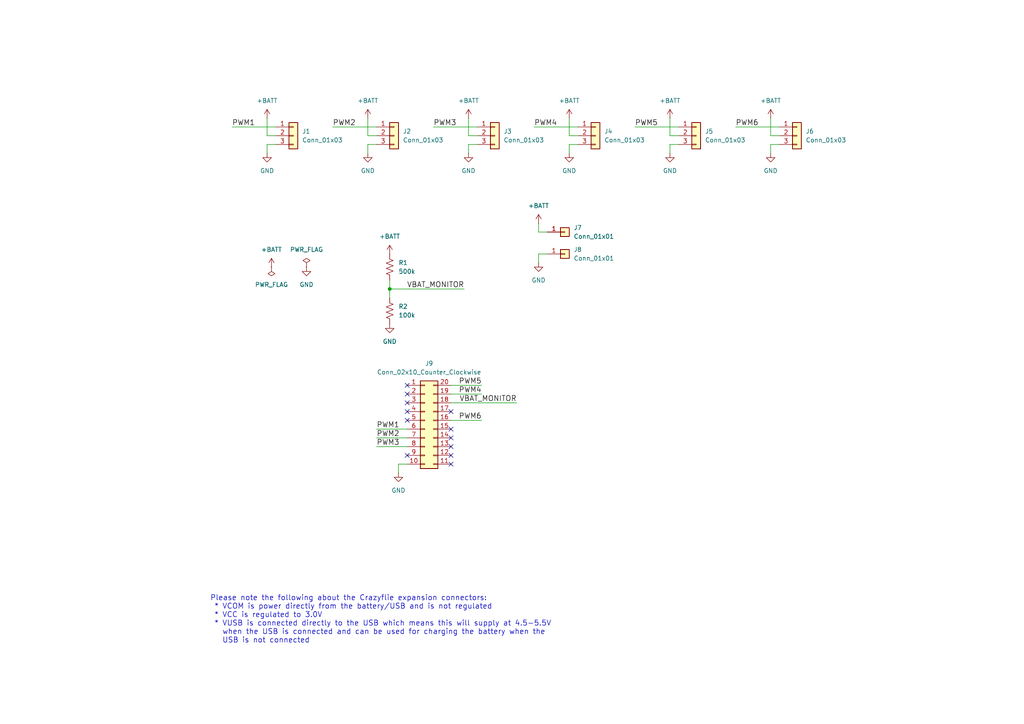
<source format=kicad_sch>
(kicad_sch (version 20250114) (generator "eeschema") (generator_version "9.0")
  (paper "A4")
  (title_block (title "Crazyflie 2.0 expansion boad template") (date "20 okt 2014") (rev "A") (company "Bitcraze AB") (comment 1 "Licensed under CC-BY 4.0"))
  (lib_symbols
    (symbol "CF_EXP_LEFT_1" (pin_names (offset 1.016))
      (property "Reference" "P" (at 0 -13.97 0))
      (property "Value" "CF_EXP_LEFT" (at 0 -16.51 0))
      (symbol "CF_EXP_LEFT_1_0_0"
        (rectangle (start -10.16 12.7) (end 10.16 12.7))
        (rectangle (start -10.16 -12.7) (end -10.16 12.7))
        (rectangle (start 10.16 12.7) (end 10.16 -12.7))
        (rectangle (start 10.16 -12.7) (end -10.16 -12.7))
        (text "Crazyflie Expansion" (at 1.27 16.51 0) (effects (font (size 1.524 1.524))))
        (text "Left side" (at 1.27 13.97 0) (effects (font (size 1.524 1.524))))
      )
      (symbol "CF_EXP_LEFT_1_1_1"
        (pin power_out line (at 17.78 11.43 180) (length 7.62) (name "VCC") (number "1"))
        (pin bidirectional line (at 17.78 8.89 180) (length 7.62) (name "RX1") (number "2"))
        (pin bidirectional line (at 17.78 6.35 180) (length 7.62) (name "TX1") (number "3"))
        (pin output line (at 17.78 3.81 180) (length 7.62) (name "SDA") (number "4"))
        (pin bidirectional line (at 17.78 1.27 180) (length 7.62) (name "SCL") (number "5"))
        (pin bidirectional line (at 17.78 -1.27 180) (length 7.62) (name "IO_1") (number "6"))
        (pin bidirectional line (at 17.78 -3.81 180) (length 7.62) (name "IO_2") (number "7"))
        (pin bidirectional line (at 17.78 -6.35 180) (length 7.62) (name "IO_3") (number "8"))
        (pin bidirectional line (at 17.78 -8.89 180) (length 7.62) (name "IO_4") (number "9"))
        (pin power_out line (at 17.78 -11.43 180) (length 7.62) (name "GND") (number "10"))
      )
    )
    (symbol "CF_EXP_RIGHT_1" (pin_names (offset 1.016))
      (property "Reference" "P" (at 0 -13.97 0))
      (property "Value" "CF_EXP_RIGHT" (at 0 -16.51 0))
      (symbol "CF_EXP_RIGHT_1_0_0"
        (rectangle (start -10.16 12.7) (end 10.16 12.7))
        (rectangle (start -10.16 -12.7) (end -10.16 12.7))
        (rectangle (start 10.16 12.7) (end 10.16 -12.7))
        (rectangle (start 10.16 -12.7) (end -10.16 -12.7))
        (text "Crazyflie Expansion" (at 1.27 16.51 0) (effects (font (size 1.524 1.524))))
        (text "Right side" (at 1.27 13.97 0) (effects (font (size 1.524 1.524))))
      )
      (symbol "CF_EXP_RIGHT_1_1_1"
        (pin bidirectional line (at 17.78 11.43 180) (length 7.62) (name "TX2") (number "1"))
        (pin bidirectional line (at 17.78 8.89 180) (length 7.62) (name "RX2") (number "2"))
        (pin output line (at 17.78 6.35 180) (length 7.62) (name "SCK") (number "3"))
        (pin bidirectional line (at 17.78 3.81 180) (length 7.62) (name "MISO") (number "4"))
        (pin bidirectional line (at 17.78 1.27 180) (length 7.62) (name "MOSI") (number "5"))
        (pin bidirectional line (at 17.78 -1.27 180) (length 7.62) (name "N_IO_1") (number "6"))
        (pin bidirectional line (at 17.78 -3.81 180) (length 7.62) (name "WKUP") (number "7"))
        (pin bidirectional line (at 17.78 -6.35 180) (length 7.62) (name "OW") (number "8"))
        (pin power_out line (at 17.78 -8.89 180) (length 7.62) (name "VCOM") (number "9"))
        (pin power_out line (at 17.78 -11.43 180) (length 7.62) (name "VUSB") (number "10"))
      )
    )
    (symbol "Connector_Generic:Conn_01x01" (pin_names (offset 1.016) (hide yes))
      (property "Reference" "J" (at 0 2.54 0))
      (property "Value" "Conn_01x01" (at 0 -2.54 0))
      (symbol "Conn_01x01_1_1"
        (rectangle (start -1.27 1.27) (end 1.27 -1.27) (stroke (width 0.254)) (fill (type background)))
        (rectangle (start -1.27 0.127) (end 0 -0.127) (stroke (width 0.1524)))
        (pin passive line (at -5.08 0 0) (length 3.81) (name "Pin_1") (number "1"))
      )
    )
    (symbol "Connector_Generic:Conn_01x03" (pin_names (offset 1.016) (hide yes))
      (property "Reference" "J" (at 0 5.08 0))
      (property "Value" "Conn_01x03" (at 0 -5.08 0))
      (symbol "Conn_01x03_1_1"
        (rectangle (start -1.27 3.81) (end 1.27 -3.81) (stroke (width 0.254)) (fill (type background)))
        (rectangle (start -1.27 2.667) (end 0 2.413) (stroke (width 0.1524)))
        (rectangle (start -1.27 0.127) (end 0 -0.127) (stroke (width 0.1524)))
        (rectangle (start -1.27 -2.413) (end 0 -2.667) (stroke (width 0.1524)))
        (pin passive line (at -5.08 2.54 0) (length 3.81) (name "Pin_1") (number "1"))
        (pin passive line (at -5.08 0 0) (length 3.81) (name "Pin_2") (number "2"))
        (pin passive line (at -5.08 -2.54 0) (length 3.81) (name "Pin_3") (number "3"))
      )
    )
    (symbol "Connector_Generic:Conn_02x10_Counter_Clockwise" (pin_names (offset 1.016) (hide yes))
      (property "Reference" "J" (at 1.27 12.7 0))
      (property "Value" "Conn_02x10_Counter_Clockwise" (at 1.27 -15.24 0))
      (symbol "Conn_02x10_Counter_Clockwise_1_1"
        (rectangle (start -1.27 11.43) (end 3.81 -13.97) (stroke (width 0.254)) (fill (type background)))
        (rectangle (start -1.27 10.287) (end 0 10.033) (stroke (width 0.1524)))
        (rectangle (start -1.27 7.747) (end 0 7.493) (stroke (width 0.1524)))
        (rectangle (start -1.27 5.207) (end 0 4.953) (stroke (width 0.1524)))
        (rectangle (start -1.27 2.667) (end 0 2.413) (stroke (width 0.1524)))
        (rectangle (start -1.27 0.127) (end 0 -0.127) (stroke (width 0.1524)))
        (rectangle (start -1.27 -2.413) (end 0 -2.667) (stroke (width 0.1524)))
        (rectangle (start -1.27 -4.953) (end 0 -5.207) (stroke (width 0.1524)))
        (rectangle (start -1.27 -7.493) (end 0 -7.747) (stroke (width 0.1524)))
        (rectangle (start -1.27 -10.033) (end 0 -10.287) (stroke (width 0.1524)))
        (rectangle (start -1.27 -12.573) (end 0 -12.827) (stroke (width 0.1524)))
        (rectangle (start 3.81 10.287) (end 2.54 10.033) (stroke (width 0.1524)))
        (rectangle (start 3.81 7.747) (end 2.54 7.493) (stroke (width 0.1524)))
        (rectangle (start 3.81 5.207) (end 2.54 4.953) (stroke (width 0.1524)))
        (rectangle (start 3.81 2.667) (end 2.54 2.413) (stroke (width 0.1524)))
        (rectangle (start 3.81 0.127) (end 2.54 -0.127) (stroke (width 0.1524)))
        (rectangle (start 3.81 -2.413) (end 2.54 -2.667) (stroke (width 0.1524)))
        (rectangle (start 3.81 -4.953) (end 2.54 -5.207) (stroke (width 0.1524)))
        (rectangle (start 3.81 -7.493) (end 2.54 -7.747) (stroke (width 0.1524)))
        (rectangle (start 3.81 -10.033) (end 2.54 -10.287) (stroke (width 0.1524)))
        (rectangle (start 3.81 -12.573) (end 2.54 -12.827) (stroke (width 0.1524)))
        (pin passive line (at -5.08 10.16 0) (length 3.81) (name "Pin_1") (number "1"))
        (pin passive line (at -5.08 7.62 0) (length 3.81) (name "Pin_2") (number "2"))
        (pin passive line (at -5.08 5.08 0) (length 3.81) (name "Pin_3") (number "3"))
        (pin passive line (at -5.08 2.54 0) (length 3.81) (name "Pin_4") (number "4"))
        (pin passive line (at -5.08 0 0) (length 3.81) (name "Pin_5") (number "5"))
        (pin passive line (at -5.08 -2.54 0) (length 3.81) (name "Pin_6") (number "6"))
        (pin passive line (at -5.08 -5.08 0) (length 3.81) (name "Pin_7") (number "7"))
        (pin passive line (at -5.08 -7.62 0) (length 3.81) (name "Pin_8") (number "8"))
        (pin passive line (at -5.08 -10.16 0) (length 3.81) (name "Pin_9") (number "9"))
        (pin passive line (at -5.08 -12.7 0) (length 3.81) (name "Pin_10") (number "10"))
        (pin passive line (at 7.62 10.16 180) (length 3.81) (name "Pin_20") (number "20"))
        (pin passive line (at 7.62 7.62 180) (length 3.81) (name "Pin_19") (number "19"))
        (pin passive line (at 7.62 5.08 180) (length 3.81) (name "Pin_18") (number "18"))
        (pin passive line (at 7.62 2.54 180) (length 3.81) (name "Pin_17") (number "17"))
        (pin passive line (at 7.62 0 180) (length 3.81) (name "Pin_16") (number "16"))
        (pin passive line (at 7.62 -2.54 180) (length 3.81) (name "Pin_15") (number "15"))
        (pin passive line (at 7.62 -5.08 180) (length 3.81) (name "Pin_14") (number "14"))
        (pin passive line (at 7.62 -7.62 180) (length 3.81) (name "Pin_13") (number "13"))
        (pin passive line (at 7.62 -10.16 180) (length 3.81) (name "Pin_12") (number "12"))
        (pin passive line (at 7.62 -12.7 180) (length 3.81) (name "Pin_11") (number "11"))
      )
    )
    (symbol "Device:R_US" (pin_numbers (hide yes)) (pin_names (offset 0))
      (property "Reference" "R" (at 2.54 0 90))
      (property "Value" "R_US" (at -2.54 0 90))
      (symbol "R_US_0_1"
        (polyline (pts (xy 0 2.286) (xy 0 2.54)))
        (polyline (pts (xy 0 2.286) (xy 1.016 1.905) (xy 0 1.524) (xy -1.016 1.143) (xy 0 0.762)))
        (polyline (pts (xy 0 0.762) (xy 1.016 0.381) (xy 0 0) (xy -1.016 -0.381) (xy 0 -0.762)))
        (polyline (pts (xy 0 -0.762) (xy 1.016 -1.143) (xy 0 -1.524) (xy -1.016 -1.905) (xy 0 -2.286)))
        (polyline (pts (xy 0 -2.286) (xy 0 -2.54)))
      )
      (symbol "R_US_1_1"
        (pin passive line (at 0 3.81 270) (length 1.27) (name "~") (number "1"))
        (pin passive line (at 0 -3.81 90) (length 1.27) (name "~") (number "2"))
      )
    )
    (symbol "bitcraze_200_1" (pin_names (offset 1.016))
      (symbol "bitcraze_200_1_0_0"
        (polyline (pts (xy -4.2672 1.3462) (xy -4.3688 1.7018) (xy -4.5466 1.9304) (xy -4.699 2.0066) (xy -4.699 1.3716) (xy -4.699 1.2954) (xy -4.699 1.2192) (xy -4.699 0.5842) (xy -4.699 0.5334) (xy -4.699 0.3556) (xy -4.7752 0.0762) (xy -4.8514 -0.254) (xy -4.9276 -0.5842) (xy -5.0292 -0.889) (xy -5.1054 -1.1176) (xy -5.1816 -1.27) (xy -5.3086 -1.4986) (xy -5.4356 -1.6002) (xy -5.6388 -1.6764) (xy -5.8674 -1.651) (xy -6.0452 -1.4732) (xy -6.096 -1.27) (xy -6.0198 -1.0668) (xy -5.9182 -0.9398) (xy -5.7404 -0.7112) (xy -5.5372 -0.4318) (xy -5.3086 -0.127) (xy -5.08 0.1524) (xy -4.9022 0.381) (xy -4.7498 0.5334) (xy -4.699 0.5842) (xy -4.699 1.2192) (xy -4.7752 1.0922) (xy -4.9022 0.889) (xy -5.1054 0.635) (xy -5.4102 0.2286) (xy -5.4356 0.2032) (xy -5.6642 -0.1016) (xy -5.8674 -0.3556) (xy -6.0198 -0.5334) (xy -6.0706 -0.5842) (xy -6.096 -0.5842) (xy -6.096 -0.5588) (xy -6.0706 -0.4572) (xy -6.0452 -0.254) (xy -5.969 0.0762) (xy -5.969 0.1016) (xy -5.8166 0.7112) (xy -5.6388 1.1684) (xy -5.461 1.4732) (xy -5.3594 1.5494) (xy -5.1308 1.6002) (xy -4.9022 1.5748) (xy -4.7498 1.4478) (xy -4.699 1.3716) (xy -4.699 2.0066) (xy -4.826 2.032) (xy -5.207 2.0066) (xy -5.5118 1.8796) (xy -5.7912 1.6002) (xy -6.0452 1.2192) (xy -6.0706 1.143) (xy -6.223 0.762) (xy -6.35 0.3048) (xy -6.4516 -0.2032) (xy -6.5024 -0.7112) (xy -6.5278 -1.1684) (xy -6.5024 -1.524) (xy -6.4262 -1.778) (xy -6.35 -1.905) (xy -6.1468 -2.032) (xy -6.1214 -2.0574) (xy -5.7912 -2.0828) (xy -5.461 -2.0066) (xy -5.1816 -1.8796) (xy -5.1308 -1.8542) (xy -4.9022 -1.5494) (xy -4.6736 -1.1176) (xy -4.4958 -0.5842) (xy -4.3434 0.0508) (xy -4.2672 0.7366) (xy -4.2672 0.8382) (xy -4.2672 1.3462) (xy -4.2672 1.3462)) (stroke (width 0.0254)) (fill (type outline)))
        (polyline (pts (xy -1.6002 0.8128) (xy -1.651 0.8382) (xy -1.8288 0.8382) (xy -1.905 0.8382) (xy -2.032 0.762) (xy -2.2098 0.5588) (xy -2.4384 0.254) (xy -2.8448 -0.3302) (xy -3.0226 0.2286) (xy -3.1242 0.508) (xy -3.2004 0.7112) (xy -3.302 0.8128) (xy -3.429 0.8382) (xy -3.4544 0.8382) (xy -3.5814 0.8382) (xy -3.6322 0.7874) (xy -3.6322 0.635) (xy -3.556 0.4064) (xy -3.429 0.0254) (xy -3.2004 -0.5842) (xy -3.429 -0.9144) (xy -3.5306 -1.0414) (xy -3.7338 -1.3462) (xy -3.9624 -1.6256) (xy -4.2418 -2.032) (xy -4.0132 -2.032) (xy -3.8862 -2.0066) (xy -3.7338 -1.9304) (xy -3.6068 -1.7526) (xy -3.4036 -1.4732) (xy -3.3528 -1.397) (xy -3.175 -1.1684) (xy -3.048 -1.016) (xy -2.9718 -0.9652) (xy -2.9464 -1.0414) (xy -2.8702 -1.2446) (xy -2.794 -1.4986) (xy -2.7432 -1.7526) (xy -2.667 -1.905) (xy -2.5654 -1.9812) (xy -2.413 -2.0066) (xy -2.1336 -2.032) (xy -2.3876 -1.3208) (xy -2.6416 -0.6096) (xy -2.1336 0.0762) (xy -1.9812 0.2794) (xy -1.778 0.5588) (xy -1.651 0.7366) (xy -1.6002 0.8128) (xy -1.6002 0.8128)) (stroke (width 0.0254)) (fill (type outline)))
        (polyline (pts (xy 2.3622 1.0922) (xy 2.3368 1.3462) (xy 2.286 1.524) (xy 2.2352 1.6002) (xy 2.0066 1.7526) (xy 1.651 1.8796) (xy 1.3462 1.9304) (xy 1.3462 0.9906) (xy 1.3208 0.762) (xy 1.1938 0.5588) (xy 1.1684 0.5334) (xy 1.1684 -0.6858) (xy 1.143 -0.9398) (xy 0.9906 -1.1684) (xy 0.8636 -1.2446) (xy 0.6604 -1.3208) (xy 0.3302 -1.3462) (xy -0.1016 -1.3462) (xy -0.0508 -0.9144) (xy -0.0254 -0.7366) (xy 0.0254 -0.508) (xy 0.0508 -0.4064) (xy 0.0762 -0.381) (xy 0.2286 -0.3556) (xy 0.4572 -0.3302) (xy 0.7112 -0.3556) (xy 0.9398 -0.381) (xy 1.0922 -0.4318) (xy 1.1176 -0.4826) (xy 1.1684 -0.6858) (xy 1.1684 0.5334) (xy 0.9906 0.4826) (xy 0.7366 0.4318) (xy 0.508 0.4318) (xy 0.3302 0.4572) (xy 0.254 0.5334) (xy 0.254 0.5588) (xy 0.2794 0.7112) (xy 0.3048 0.9652) (xy 0.3048 1.016) (xy 0.3556 1.1938) (xy 0.4826 1.27) (xy 0.6858 1.27) (xy 0.7366 1.27) (xy 0.9906 1.2446) (xy 1.1938 1.1938) (xy 1.2192 1.1684) (xy 1.3462 0.9906) (xy 1.3462 1.9304) (xy 1.1684 1.9304) (xy 0.508 1.9558) (xy -0.508 1.9558) (xy -0.5842 1.5494) (xy -0.5842 1.524) (xy -0.635 1.2954) (xy -0.7112 0.9398) (xy -0.7874 0.5334) (xy -0.889 0.0762) (xy -0.9906 -0.4064) (xy -1.0668 -0.8636) (xy -1.143 -1.2954) (xy -1.2192 -1.6256) (xy -1.27 -1.8542) (xy -1.27 -1.9812) (xy -1.143 -2.0066) (xy -0.889 -2.0066) (xy -0.5334 -2.032) (xy -0.1016 -2.032) (xy 0.4064 -2.0066) (xy 0.889 -1.9812) (xy 1.2446 -1.9304) (xy 1.524 -1.8034) (xy 1.7526 -1.651) (xy 1.9558 -1.4478) (xy 1.9812 -1.4224) (xy 2.159 -1.1176) (xy 2.2098 -0.7366) (xy 2.159 -0.4064) (xy 1.9812 -0.127) (xy 1.778 0.0762) (xy 2.0828 0.381) (xy 2.2352 0.5588) (xy 2.3368 0.762) (xy 2.3622 1.016) (xy 2.3622 1.0922) (xy 2.3622 1.0922)) (stroke (width 0.0254)) (fill (type outline)))
        (polyline (pts (xy 6.6548 1.7018) (xy 6.5532 1.778) (xy 6.3246 1.8796) (xy 6.2484 1.905) (xy 5.7912 1.9812) (xy 5.2832 1.9812) (xy 4.8006 1.9304) (xy 4.3942 1.8034) (xy 3.9624 1.5494) (xy 3.5306 1.1176) (xy 3.2004 0.6096) (xy 3.1496 0.508) (xy 3.048 0.254) (xy 3.0226 -0.0508) (xy 2.9972 -0.4572) (xy 2.9972 -0.6096) (xy 3.0226 -0.9144) (xy 3.048 -1.1176) (xy 3.1242 -1.2954) (xy 3.2512 -1.4732) (xy 3.302 -1.5494) (xy 3.556 -1.778) (xy 3.8354 -1.9558) (xy 4.1402 -2.0574) (xy 4.6228 -2.1082) (xy 5.1308 -2.0828) (xy 5.6388 -1.9812) (xy 5.8166 -1.9304) (xy 5.9944 -1.8542) (xy 6.0706 -1.7272) (xy 6.1214 -1.5494) (xy 6.1468 -1.4224) (xy 6.1722 -1.1938) (xy 6.1468 -1.0922) (xy 6.0198 -1.0922) (xy 5.8166 -1.1938) (xy 5.7658 -1.2192) (xy 5.3848 -1.3208) (xy 5.0038 -1.3462) (xy 4.9276 -1.3462) (xy 4.6736 -1.3208) (xy 4.4958 -1.2446) (xy 4.318 -1.0922) (xy 4.2418 -1.016) (xy 4.1148 -0.8636) (xy 4.064 -0.6604) (xy 4.064 -0.3556) (xy 4.0894 -0.0762) (xy 4.2164 0.4318) (xy 4.4704 0.8128) (xy 4.8006 1.0922) (xy 5.207 1.2446) (xy 5.6642 1.2446) (xy 6.1468 1.1176) (xy 6.2992 1.0414) (xy 6.4516 0.9906) (xy 6.5278 1.0414) (xy 6.5786 1.1938) (xy 6.6294 1.4986) (xy 6.6548 1.5748) (xy 6.6548 1.7018) (xy 6.6548 1.7018)) (stroke (width 0.0254)) (fill (type outline)))
        (polyline (pts (xy 7.9502 3.9878) (xy 7.5438 3.9878) (xy 7.5438 -3.81) (xy 6.096 -3.81) (xy 6.096 -4.2418) (xy 6.096 -4.7498) (xy 6.096 -5.2578) (xy 4.9022 -5.2578) (xy 3.7338 -5.2578) (xy 3.7338 -4.7498) (xy 3.7338 -4.2418) (xy 4.9022 -4.2418) (xy 6.096 -4.2418) (xy 6.096 -3.81) (xy -0.0508 -3.81) (xy -3.81 -3.81) (xy -3.81 -4.2418) (xy -3.81 -4.7498) (xy -3.81 -5.2578) (xy -5.0038 -5.2578) (xy -6.1722 -5.2578) (xy -6.1722 -4.7498) (xy -6.1722 -4.2418) (xy -5.0038 -4.2418) (xy -3.81 -4.2418) (xy -3.81 -3.81) (xy -7.62 -3.81) (xy -7.62 -0.127) (xy -7.62 3.556) (xy -0.0762 3.5306) (xy 7.493 3.5052) (xy 7.5184 -0.1524) (xy 7.5438 -3.81) (xy 7.5438 3.9878) (xy 4.7752 3.9878) (xy 1.6002 3.9878) (xy 1.6002 4.6482) (xy 1.6002 5.334) (xy 1.0922 5.334) (xy 1.0922 4.9022) (xy 1.0922 4.445) (xy 1.0922 3.9878) (xy -0.0508 3.9878) (xy -1.1938 3.9878) (xy -1.1938 4.445) (xy -1.1938 4.9022) (xy -0.0508 4.9022) (xy 1.0922 4.9022) (xy 1.0922 5.334) (xy 0 5.334) (xy -1.6002 5.334) (xy -1.6002 4.6482) (xy -1.6002 3.9878) (xy -4.826 3.9878) (xy -8.0518 3.9878) (xy -8.0518 -0.127) (xy -8.0518 -4.2418) (xy -7.3152 -4.2418) (xy -6.604 -4.2418) (xy -6.604 -4.9022) (xy -6.604 -4.9784) (xy -6.604 -5.2832) (xy -6.5786 -5.5118) (xy -6.5532 -5.6134) (xy -6.4516 -5.6388) (xy -6.223 -5.6388) (xy -5.8674 -5.6642) (xy -5.4356 -5.6642) (xy -4.953 -5.6642) (xy -3.3782 -5.6642) (xy -3.3782 -4.953) (xy -3.3782 -4.2418) (xy -0.0508 -4.2418) (xy 3.302 -4.2418) (xy 3.302 -4.953) (xy 3.302 -5.6642) (xy 4.9022 -5.6642) (xy 6.5278 -5.6642) (xy 6.5278 -4.953) (xy 6.5278 -4.2418) (xy 7.239 -4.2418) (xy 7.9502 -4.2418) (xy 7.9502 -0.127) (xy 7.9502 3.9878) (xy 7.9502 3.9878)) (stroke (width 0.0254)) (fill (type outline)))
      )
    )
    (symbol "power:+BATT" (power) (pin_numbers (hide yes)) (pin_names (offset 0) (hide yes))
      (property "Value" "+BATT" (at 0 3.556 0))
      (symbol "+BATT_0_1"
        (polyline (pts (xy -0.762 1.27) (xy 0 2.54)))
        (polyline (pts (xy 0 2.54) (xy 0.762 1.27)))
        (polyline (pts (xy 0 0) (xy 0 2.54)))
      )
      (symbol "+BATT_1_1"
        (pin power_in line (at 0 0 90) (length 0) (name "~") (number "1"))
      )
    )
    (symbol "power:GND" (power) (pin_numbers (hide yes)) (pin_names (offset 0) (hide yes))
      (property "Value" "GND" (at 0 -3.81 0))
      (symbol "GND_0_1"
        (polyline (pts (xy 0 0) (xy 0 -1.27) (xy 1.27 -1.27) (xy 0 -2.54) (xy -1.27 -1.27) (xy 0 -1.27)))
      )
      (symbol "GND_1_1"
        (pin power_in line (at 0 0 270) (length 0) (name "~") (number "1"))
      )
    )
    (symbol "power:PWR_FLAG" (power) (pin_numbers (hide yes)) (pin_names (offset 0) (hide yes))
      (property "Value" "PWR_FLAG" (at 0 3.81 0))
      (symbol "PWR_FLAG_0_0"
        (pin power_out line (at 0 0 90) (length 0) (name "~") (number "1"))
      )
      (symbol "PWR_FLAG_0_1"
        (polyline (pts (xy 0 0) (xy 0 1.27) (xy -1.016 1.905) (xy 0 2.54) (xy 1.016 1.905) (xy 0 1.27)))
      )
    )
  )
  (text "Please note the following about the Crazyflie expansion connectors:\n * VCOM is power directly from the battery/USB and is not regulated\n * VCC is regulated to 3.0V\n * VUSB is connected directly to the USB which means this will supply at 4.5-5.5V\n   when the USB is connected and can be used for charging the battery when the\n   USB is not connected" (at 60.96 186.69 0) (effects (font (size 1.524 1.524)) (justify left bottom)))
  (junction (at 113.03 83.82))
  (no_connect (at 118.11 114.3))
  (no_connect (at 118.11 116.84))
  (no_connect (at 130.81 119.38))
  (no_connect (at 130.81 127))
  (no_connect (at 118.11 121.92))
  (no_connect (at 130.81 134.62))
  (no_connect (at 118.11 119.38))
  (no_connect (at 130.81 129.54))
  (no_connect (at 118.11 132.08))
  (no_connect (at 130.81 132.08))
  (no_connect (at 130.81 124.46))
  (no_connect (at 118.11 111.76))
  (wire (pts (xy 154.94 36.83) (xy 167.64 36.83)))
  (wire (pts (xy 130.81 121.92) (xy 139.7 121.92)))
  (wire (pts (xy 115.57 134.62) (xy 115.57 137.16)))
  (wire (pts (xy 113.03 83.82) (xy 134.62 83.82)))
  (wire (pts (xy 165.1 44.45) (xy 165.1 41.91)))
  (wire (pts (xy 165.1 39.37) (xy 167.64 39.37)))
  (wire (pts (xy 118.11 129.54) (xy 109.22 129.54)))
  (wire (pts (xy 158.75 73.66) (xy 156.21 73.66)))
  (wire (pts (xy 223.52 44.45) (xy 223.52 41.91)))
  (wire (pts (xy 67.31 36.83) (xy 80.01 36.83)))
  (wire (pts (xy 130.81 116.84) (xy 149.86 116.84)))
  (wire (pts (xy 118.11 127) (xy 109.22 127)))
  (wire (pts (xy 130.81 111.76) (xy 139.7 111.76)))
  (wire (pts (xy 113.03 81.28) (xy 113.03 83.82)))
  (wire (pts (xy 156.21 73.66) (xy 156.21 76.2)))
  (wire (pts (xy 223.52 41.91) (xy 226.06 41.91)))
  (wire (pts (xy 106.68 41.91) (xy 109.22 41.91)))
  (wire (pts (xy 156.21 64.77) (xy 156.21 67.31)))
  (wire (pts (xy 113.03 83.82) (xy 113.03 86.36)))
  (wire (pts (xy 106.68 34.29) (xy 106.68 39.37)))
  (wire (pts (xy 106.68 39.37) (xy 109.22 39.37)))
  (wire (pts (xy 77.47 34.29) (xy 77.47 39.37)))
  (wire (pts (xy 223.52 39.37) (xy 226.06 39.37)))
  (wire (pts (xy 213.36 36.83) (xy 226.06 36.83)))
  (wire (pts (xy 125.73 36.83) (xy 138.43 36.83)))
  (wire (pts (xy 135.89 34.29) (xy 135.89 39.37)))
  (wire (pts (xy 77.47 39.37) (xy 80.01 39.37)))
  (wire (pts (xy 156.21 67.31) (xy 158.75 67.31)))
  (wire (pts (xy 194.31 39.37) (xy 196.85 39.37)))
  (wire (pts (xy 106.68 44.45) (xy 106.68 41.91)))
  (wire (pts (xy 77.47 41.91) (xy 80.01 41.91)))
  (wire (pts (xy 130.81 114.3) (xy 139.7 114.3)))
  (wire (pts (xy 135.89 44.45) (xy 135.89 41.91)))
  (wire (pts (xy 165.1 41.91) (xy 167.64 41.91)))
  (wire (pts (xy 184.15 36.83) (xy 196.85 36.83)))
  (wire (pts (xy 135.89 39.37) (xy 138.43 39.37)))
  (wire (pts (xy 165.1 34.29) (xy 165.1 39.37)))
  (wire (pts (xy 194.31 34.29) (xy 194.31 39.37)))
  (wire (pts (xy 194.31 41.91) (xy 196.85 41.91)))
  (wire (pts (xy 135.89 41.91) (xy 138.43 41.91)))
  (wire (pts (xy 223.52 34.29) (xy 223.52 39.37)))
  (wire (pts (xy 194.31 44.45) (xy 194.31 41.91)))
  (wire (pts (xy 77.47 44.45) (xy 77.47 41.91)))
  (wire (pts (xy 118.11 134.62) (xy 115.57 134.62)))
  (wire (pts (xy 96.52 36.83) (xy 109.22 36.83)))
  (wire (pts (xy 118.11 124.46) (xy 109.22 124.46)))
  (label "PWM1" (at 109.22 124.46 0) (effects (font (size 1.524 1.524))))
  (label "VBAT_MONITOR" (at 149.86 116.84 180) (effects (font (size 1.524 1.524))))
  (label "PWM2" (at 109.22 127 0) (effects (font (size 1.524 1.524))))
  (label "PWM5" (at 139.7 111.76 180) (effects (font (size 1.524 1.524))))
  (label "PWM3" (at 125.73 36.83 0) (effects (font (size 1.524 1.524))))
  (label "PWM1" (at 67.31 36.83 0) (effects (font (size 1.524 1.524))))
  (label "VBAT_MONITOR" (at 134.62 83.82 180) (effects (font (size 1.524 1.524))))
  (label "PWM3" (at 109.22 129.54 0) (effects (font (size 1.524 1.524))))
  (label "PWM5" (at 184.15 36.83 0) (effects (font (size 1.524 1.524))))
  (label "PWM4" (at 139.7 114.3 180) (effects (font (size 1.524 1.524))))
  (label "PWM4" (at 154.94 36.83 0) (effects (font (size 1.524 1.524))))
  (label "PWM2" (at 96.52 36.83 0) (effects (font (size 1.524 1.524))))
  (label "PWM6" (at 139.7 121.92 180) (effects (font (size 1.524 1.524))))
  (label "PWM6" (at 213.36 36.83 0) (effects (font (size 1.524 1.524))))
  (symbol (lib_id "power:GND") (at 106.68 44.45 0) (unit 1)
    (property "Reference" "#PWR07" (effects (hide yes)))
    (property "Value" "GND" (at 106.68 49.53 0))
    (property "Description" "Power symbol creates a global label with name \"GND\" , ground" (effects (hide yes)))
  )
  (symbol (lib_id "Device:R_US") (at 113.03 90.17 0) (unit 1)
    (property "Reference" "R2" (at 115.57 88.8999 0) (effects (justify left)))
    (property "Value" "100k" (at 115.57 91.4399 0) (effects (justify left)))
    (property "Footprint" "Resistor_SMD:R_0603_1608Metric_Pad0.98x0.95mm_HandSolder" (effects (hide yes)))
    (property "Description" "Resistor, US symbol" (effects (hide yes)))
  )
  (symbol (lib_id "Connector_Generic:Conn_01x03") (at 143.51 39.37 0) (unit 1)
    (property "Reference" "J3" (at 146.05 38.0999 0) (effects (justify left)))
    (property "Value" "Conn_01x03" (at 146.05 40.6399 0) (effects (justify left)))
    (property "Footprint" "Connector_PinHeader_2.54mm:PinHeader_1x03_P2.54mm_Horizontal" (effects (hide yes)))
    (property "Description" "Generic connector, single row, 01x03, script generated (kicad-library-utils/schlib/autogen/connector/)" (effects (hide yes)))
  )
  (symbol (lib_id "power:GND") (at 77.47 44.45 0) (unit 1)
    (property "Reference" "#PWR05" (effects (hide yes)))
    (property "Value" "GND" (at 77.47 49.53 0))
    (property "Description" "Power symbol creates a global label with name \"GND\" , ground" (effects (hide yes)))
  )
  (symbol (lib_id "power:GND") (at 165.1 44.45 0) (unit 1)
    (property "Reference" "#PWR011" (effects (hide yes)))
    (property "Value" "GND" (at 165.1 49.53 0))
    (property "Description" "Power symbol creates a global label with name \"GND\" , ground" (effects (hide yes)))
  )
  (symbol (lib_id "power:GND") (at 115.57 137.16 0) (mirror y) (unit 1)
    (property "Reference" "#PWR02" (effects (hide yes)))
    (property "Value" "GND" (at 115.57 142.24 0))
    (property "Description" "Power symbol creates a global label with name \"GND\" , ground" (effects (hide yes)))
  )
  (symbol (lib_id "power:+BATT") (at 165.1 34.29 0) (unit 1)
    (property "Reference" "#PWR010" (effects (hide yes)))
    (property "Value" "+BATT" (at 165.1 29.21 0))
    (property "Description" "Power symbol creates a global label with name \"+BATT\"" (effects (hide yes)))
  )
  (symbol (lib_id "Connector_Generic:Conn_01x03") (at 201.93 39.37 0) (unit 1)
    (property "Reference" "J5" (at 204.47 38.0999 0) (effects (justify left)))
    (property "Value" "Conn_01x03" (at 204.47 40.6399 0) (effects (justify left)))
    (property "Footprint" "Connector_PinHeader_2.54mm:PinHeader_1x03_P2.54mm_Horizontal" (effects (hide yes)))
    (property "Description" "Generic connector, single row, 01x03, script generated (kicad-library-utils/schlib/autogen/connector/)" (effects (hide yes)))
  )
  (symbol (lib_id "Device:R_US") (at 113.03 77.47 0) (unit 1)
    (property "Reference" "R1" (at 115.57 76.1999 0) (effects (justify left)))
    (property "Value" "500k" (at 115.57 78.7399 0) (effects (justify left)))
    (property "Footprint" "Resistor_SMD:R_0603_1608Metric_Pad0.98x0.95mm_HandSolder" (effects (hide yes)))
    (property "Description" "Resistor, US symbol" (effects (hide yes)))
  )
  (symbol (lib_id "Connector_Generic:Conn_01x03") (at 114.3 39.37 0) (unit 1)
    (property "Reference" "J2" (at 116.84 38.0999 0) (effects (justify left)))
    (property "Value" "Conn_01x03" (at 116.84 40.6399 0) (effects (justify left)))
    (property "Footprint" "Connector_PinHeader_2.54mm:PinHeader_1x03_P2.54mm_Horizontal" (effects (hide yes)))
    (property "Description" "Generic connector, single row, 01x03, script generated (kicad-library-utils/schlib/autogen/connector/)" (effects (hide yes)))
  )
  (symbol (lib_id "Connector_Generic:Conn_02x10_Counter_Clockwise") (at 123.19 121.92 0) (unit 1)
    (property "Reference" "J9" (at 124.46 105.41 0))
    (property "Value" "Conn_02x10_Counter_Clockwise" (at 124.46 107.95 0))
    (property "Footprint" "Crazyflie:Crazyflie_DeckHeader_2x10_P2.00_Vertical" (effects (hide yes)))
    (property "Description" "Generic connector, double row, 02x10, counter clockwise pin numbering scheme (similar to DIP package numbering), script generated (kicad-library-utils/schlib/autogen/connector/)" (effects (hide yes)))
  )
  (symbol (lib_id "power:+BATT") (at 156.21 64.77 0) (unit 1)
    (property "Reference" "#PWR017" (effects (hide yes)))
    (property "Value" "+BATT" (at 156.21 59.69 0))
    (property "Description" "Power symbol creates a global label with name \"+BATT\"" (effects (hide yes)))
  )
  (symbol (lib_id "power:GND") (at 223.52 44.45 0) (unit 1)
    (property "Reference" "#PWR015" (effects (hide yes)))
    (property "Value" "GND" (at 223.52 49.53 0))
    (property "Description" "Power symbol creates a global label with name \"GND\" , ground" (effects (hide yes)))
  )
  (symbol (lib_id "power:+BATT") (at 113.03 73.66 0) (unit 1)
    (property "Reference" "#PWR03" (effects (hide yes)))
    (property "Value" "+BATT" (at 113.03 68.58 0))
    (property "Description" "Power symbol creates a global label with name \"+BATT\"" (effects (hide yes)))
  )
  (symbol (lib_id "power:GND") (at 88.9 77.47 0) (unit 1)
    (property "Reference" "#PWR019" (effects (hide yes)))
    (property "Value" "GND" (at 88.9 82.55 0))
    (property "Description" "Power symbol creates a global label with name \"GND\" , ground" (effects (hide yes)))
  )
  (symbol (lib_id "Connector_Generic:Conn_01x03") (at 85.09 39.37 0) (unit 1)
    (property "Reference" "J1" (at 87.63 38.0999 0) (effects (justify left)))
    (property "Value" "Conn_01x03" (at 87.63 40.6399 0) (effects (justify left)))
    (property "Footprint" "Connector_PinHeader_2.54mm:PinHeader_1x03_P2.54mm_Horizontal" (effects (hide yes)))
    (property "Description" "Generic connector, single row, 01x03, script generated (kicad-library-utils/schlib/autogen/connector/)" (effects (hide yes)))
  )
  (symbol (lib_id "power:GND") (at 113.03 93.98 0) (unit 1)
    (property "Reference" "#PWR01" (effects (hide yes)))
    (property "Value" "GND" (at 113.03 99.06 0))
    (property "Description" "Power symbol creates a global label with name \"GND\" , ground" (effects (hide yes)))
  )
  (symbol (lib_id "power:+BATT") (at 194.31 34.29 0) (unit 1)
    (property "Reference" "#PWR012" (effects (hide yes)))
    (property "Value" "+BATT" (at 194.31 29.21 0))
    (property "Description" "Power symbol creates a global label with name \"+BATT\"" (effects (hide yes)))
  )
  (symbol (lib_id "power:+BATT") (at 78.74 77.47 0) (unit 1)
    (property "Reference" "#PWR018" (effects (hide yes)))
    (property "Value" "+BATT" (at 78.74 72.39 0))
    (property "Description" "Power symbol creates a global label with name \"+BATT\"" (effects (hide yes)))
  )
  (symbol (lib_id "power:GND") (at 156.21 76.2 0) (unit 1)
    (property "Reference" "#PWR016" (effects (hide yes)))
    (property "Value" "GND" (at 156.21 81.28 0))
    (property "Description" "Power symbol creates a global label with name \"GND\" , ground" (effects (hide yes)))
  )
  (symbol (lib_id "Connector_Generic:Conn_01x03") (at 172.72 39.37 0) (unit 1)
    (property "Reference" "J4" (at 175.26 38.0999 0) (effects (justify left)))
    (property "Value" "Conn_01x03" (at 175.26 40.6399 0) (effects (justify left)))
    (property "Footprint" "Connector_PinHeader_2.54mm:PinHeader_1x03_P2.54mm_Horizontal" (effects (hide yes)))
    (property "Description" "Generic connector, single row, 01x03, script generated (kicad-library-utils/schlib/autogen/connector/)" (effects (hide yes)))
  )
  (symbol (lib_id "power:+BATT") (at 223.52 34.29 0) (unit 1)
    (property "Reference" "#PWR014" (effects (hide yes)))
    (property "Value" "+BATT" (at 223.52 29.21 0))
    (property "Description" "Power symbol creates a global label with name \"+BATT\"" (effects (hide yes)))
  )
  (symbol (lib_id "power:GND") (at 194.31 44.45 0) (unit 1)
    (property "Reference" "#PWR013" (effects (hide yes)))
    (property "Value" "GND" (at 194.31 49.53 0))
    (property "Description" "Power symbol creates a global label with name \"GND\" , ground" (effects (hide yes)))
  )
  (symbol (lib_id "power:PWR_FLAG") (at 88.9 77.47 0) (unit 1)
    (property "Reference" "#FLG02" (effects (hide yes)))
    (property "Value" "PWR_FLAG" (at 88.9 72.39 0))
    (property "Description" "Special symbol for telling ERC where power comes from" (effects (hide yes)))
  )
  (symbol (lib_id "Connector_Generic:Conn_01x01") (at 163.83 73.66 0) (unit 1)
    (property "Reference" "J8" (at 166.37 72.3899 0) (effects (justify left)))
    (property "Value" "Conn_01x01" (at 166.37 74.9299 0) (effects (justify left)))
    (property "Footprint" "Crazyflie:Servo_Power_GND_2.0x1.5mm" (effects (hide yes)))
    (property "Description" "Generic connector, single row, 01x01, script generated (kicad-library-utils/schlib/autogen/connector/)" (effects (hide yes)))
  )
  (symbol (lib_id "power:+BATT") (at 106.68 34.29 0) (unit 1)
    (property "Reference" "#PWR06" (effects (hide yes)))
    (property "Value" "+BATT" (at 106.68 29.21 0))
    (property "Description" "Power symbol creates a global label with name \"+BATT\"" (effects (hide yes)))
  )
  (symbol (lib_id "power:GND") (at 135.89 44.45 0) (unit 1)
    (property "Reference" "#PWR09" (effects (hide yes)))
    (property "Value" "GND" (at 135.89 49.53 0))
    (property "Description" "Power symbol creates a global label with name \"GND\" , ground" (effects (hide yes)))
  )
  (symbol (lib_id "power:+BATT") (at 135.89 34.29 0) (unit 1)
    (property "Reference" "#PWR08" (effects (hide yes)))
    (property "Value" "+BATT" (at 135.89 29.21 0))
    (property "Description" "Power symbol creates a global label with name \"+BATT\"" (effects (hide yes)))
  )
  (symbol (lib_id "Connector_Generic:Conn_01x01") (at 163.83 67.31 0) (unit 1)
    (property "Reference" "J7" (at 166.37 66.0399 0) (effects (justify left)))
    (property "Value" "Conn_01x01" (at 166.37 68.5799 0) (effects (justify left)))
    (property "Footprint" "Crazyflie:Servo_Power_GND_2.0x1.5mm" (effects (hide yes)))
    (property "Description" "Generic connector, single row, 01x01, script generated (kicad-library-utils/schlib/autogen/connector/)" (effects (hide yes)))
  )
  (symbol (lib_id "power:+BATT") (at 77.47 34.29 0) (unit 1)
    (property "Reference" "#PWR04" (effects (hide yes)))
    (property "Value" "+BATT" (at 77.47 29.21 0))
    (property "Description" "Power symbol creates a global label with name \"+BATT\"" (effects (hide yes)))
  )
  (symbol (lib_id "power:PWR_FLAG") (at 78.74 77.47 180) (unit 1)
    (property "Reference" "#FLG01" (effects (hide yes)))
    (property "Value" "PWR_FLAG" (at 78.74 82.55 0))
    (property "Description" "Special symbol for telling ERC where power comes from" (effects (hide yes)))
  )
  (symbol (lib_id "Connector_Generic:Conn_01x03") (at 231.14 39.37 0) (unit 1)
    (property "Reference" "J6" (at 233.68 38.0999 0) (effects (justify left)))
    (property "Value" "Conn_01x03" (at 233.68 40.6399 0) (effects (justify left)))
    (property "Footprint" "Connector_PinHeader_2.54mm:PinHeader_1x03_P2.54mm_Horizontal" (effects (hide yes)))
    (property "Description" "Generic connector, single row, 01x03, script generated (kicad-library-utils/schlib/autogen/connector/)" (effects (hide yes)))
  )
)
</source>
